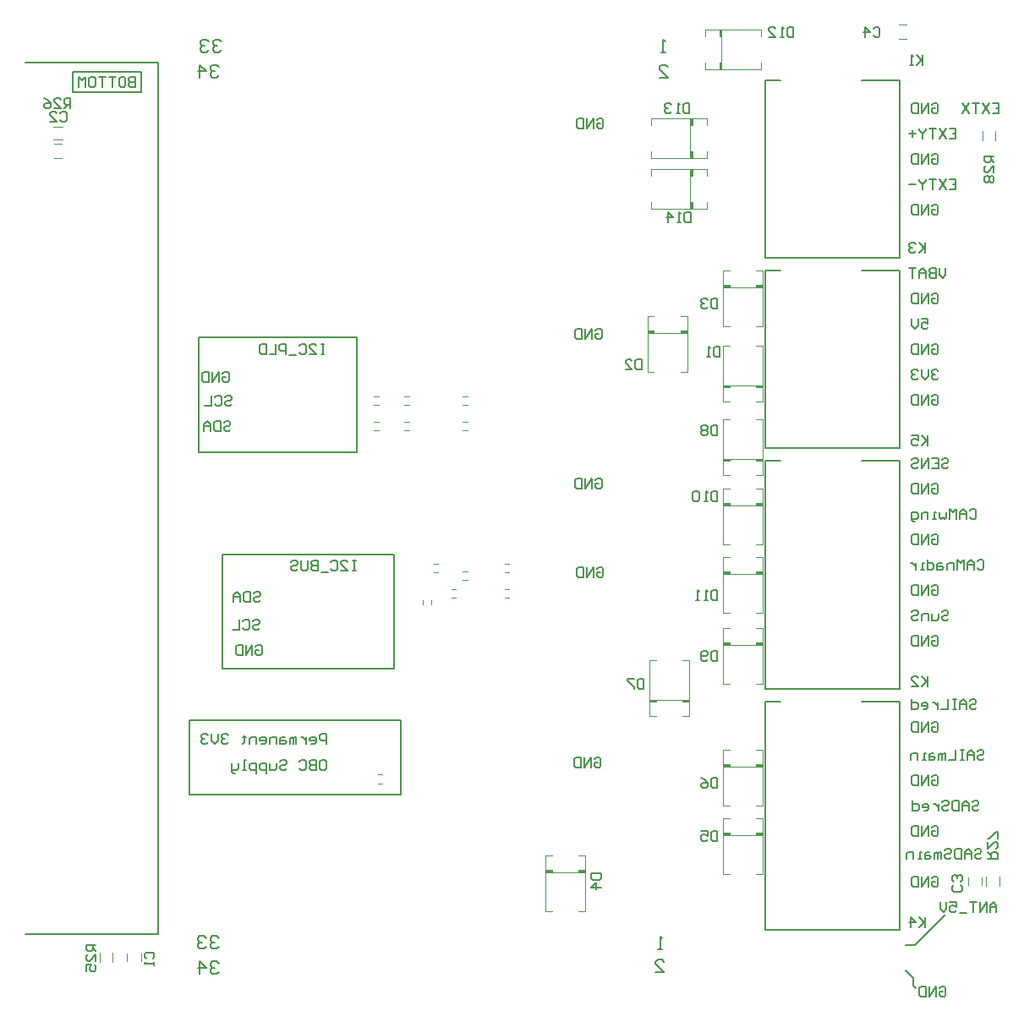
<source format=gbo>
G04 Layer_Color=32896*
%FSAX25Y25*%
%MOIN*%
G70*
G01*
G75*
%ADD42C,0.00819*%
%ADD43C,0.00394*%
%ADD44C,0.00787*%
%ADD65C,0.00800*%
D42*
X0490900Y0578300D02*
X0517900D01*
Y0570300D02*
Y0578300D01*
X0490900Y0570300D02*
X0517900D01*
X0490900D02*
Y0578300D01*
X0822244Y0218000D02*
Y0221000D01*
X0819244Y0224000D02*
X0822244Y0221000D01*
Y0218000D02*
X0823244Y0217000D01*
X0819244Y0234000D02*
X0823000D01*
X0835000Y0246000D01*
X0550000Y0343000D02*
Y0388000D01*
Y0343000D02*
X0617500D01*
Y0388000D01*
X0550000D02*
X0617500D01*
X0540500Y0473500D02*
X0603000D01*
Y0428100D02*
Y0473500D01*
X0540500Y0428100D02*
X0603000D01*
X0540500D02*
Y0473500D01*
X0537000Y0293100D02*
Y0322400D01*
Y0293100D02*
X0620300D01*
Y0322400D01*
X0537000D02*
X0620300D01*
X0764000Y0240000D02*
Y0330000D01*
Y0240000D02*
X0817000D01*
Y0330000D01*
X0764000Y0335000D02*
X0817000D01*
X0764000D02*
Y0425000D01*
Y0430000D02*
X0817000D01*
Y0500000D01*
X0764000Y0430000D02*
Y0500000D01*
Y0505000D02*
X0817000D01*
Y0575000D01*
X0764000Y0505000D02*
Y0575000D01*
Y0425000D02*
X0770000D01*
X0817000Y0335000D02*
Y0425000D01*
X0802000D02*
X0817000D01*
X0802000Y0500000D02*
X0817000D01*
X0764000D02*
X0770000D01*
X0802000Y0575000D02*
X0817000D01*
X0764000D02*
X0770000D01*
X0802000Y0330000D02*
X0817000D01*
X0764000D02*
X0770000D01*
X0472300Y0582000D02*
X0514800D01*
X0524500D01*
X0472200Y0238100D02*
X0524500D01*
Y0582000D01*
D43*
X0760315Y0493331D02*
Y0494315D01*
X0749685Y0493331D02*
Y0494315D01*
X0747126D02*
X0749685D01*
X0747126Y0494118D02*
X0749685D01*
X0760315Y0494315D02*
X0762874D01*
X0760315Y0494118D02*
X0762874D01*
X0760315Y0493528D02*
X0762874D01*
X0760315Y0493724D02*
X0762874D01*
X0747126Y0493528D02*
X0749685D01*
X0747126Y0493724D02*
X0749685D01*
X0760315Y0493921D02*
X0762874D01*
X0747126D02*
X0749685D01*
X0747126Y0493331D02*
X0762874D01*
X0747126Y0477976D02*
Y0499827D01*
X0747126D02*
X0749685D01*
X0747126Y0477976D02*
X0749685D01*
X0760315D02*
X0762874D01*
Y0499827D01*
X0760315D02*
X0762874D01*
X0730559Y0475331D02*
Y0476315D01*
X0719929Y0475331D02*
Y0476315D01*
X0717370D02*
X0719929D01*
X0717370Y0476118D02*
X0719929D01*
X0730559Y0476315D02*
X0733118D01*
X0730559Y0476118D02*
X0733118D01*
X0730559Y0475528D02*
X0733118D01*
X0730559Y0475724D02*
X0733118D01*
X0717370Y0475528D02*
X0719929D01*
X0717370Y0475724D02*
X0719929D01*
X0730559Y0475921D02*
X0733118D01*
X0717370D02*
X0719929D01*
X0717370Y0475331D02*
X0733118D01*
X0717370Y0459976D02*
Y0481827D01*
X0717370D02*
X0719929D01*
X0717370Y0459976D02*
X0719929D01*
X0730559D02*
X0733118D01*
Y0481827D01*
X0730559D02*
X0733118D01*
X0749685Y0453685D02*
Y0454669D01*
X0760315Y0453685D02*
Y0454669D01*
X0760315Y0453685D02*
X0762874D01*
X0760315Y0453882D02*
X0762874D01*
X0747126Y0453685D02*
X0749685D01*
X0747126Y0453882D02*
X0749685D01*
X0747126Y0454472D02*
X0749685D01*
X0747126Y0454276D02*
X0749685D01*
X0760315Y0454472D02*
X0762874D01*
X0760315Y0454276D02*
X0762874D01*
X0747126Y0454079D02*
X0749685D01*
X0760315D02*
X0762874D01*
X0747126Y0454669D02*
X0762874D01*
X0762874Y0448173D02*
Y0470024D01*
X0760315Y0448173D02*
X0762874D01*
X0760315Y0470024D02*
X0762874D01*
X0747126D02*
X0749685D01*
X0747126Y0448173D02*
Y0470024D01*
Y0448173D02*
X0749685D01*
X0661016Y0370728D02*
X0662984D01*
X0661016Y0374272D02*
X0662984D01*
X0661016Y0380728D02*
X0662984D01*
X0661016Y0384272D02*
X0662984D01*
X0644516Y0446728D02*
X0646484D01*
X0644516Y0450272D02*
X0646484D01*
X0644516Y0436728D02*
X0646484D01*
X0644516Y0440272D02*
X0646484D01*
X0621516Y0436728D02*
X0623484D01*
X0621516Y0440272D02*
X0623484D01*
X0621516Y0446728D02*
X0623484D01*
X0621516Y0450272D02*
X0623484D01*
X0644516Y0377728D02*
X0646484D01*
X0644516Y0381272D02*
X0646484D01*
X0640016Y0370728D02*
X0641984D01*
X0640016Y0374272D02*
X0641984D01*
X0849177Y0257622D02*
Y0260378D01*
X0843823Y0257622D02*
Y0260378D01*
X0850941Y0257228D02*
Y0260772D01*
X0856059Y0257228D02*
Y0260772D01*
X0816622Y0596677D02*
X0819378D01*
X0816622Y0591323D02*
X0819378D01*
X0854559Y0551228D02*
Y0554772D01*
X0849441Y0551228D02*
Y0554772D01*
X0512323Y0227622D02*
Y0230378D01*
X0517677Y0227622D02*
Y0230378D01*
X0483228Y0551441D02*
X0486772D01*
X0483228Y0556559D02*
X0486772D01*
X0483622Y0549677D02*
X0486378D01*
X0483622Y0544323D02*
X0486378D01*
X0760315Y0380331D02*
Y0381315D01*
X0749685Y0380331D02*
Y0381315D01*
X0747126D02*
X0749685D01*
X0747126Y0381118D02*
X0749685D01*
X0760315Y0381315D02*
X0762874D01*
X0760315Y0381118D02*
X0762874D01*
X0760315Y0380528D02*
X0762874D01*
X0760315Y0380724D02*
X0762874D01*
X0747126Y0380528D02*
X0749685D01*
X0747126Y0380724D02*
X0749685D01*
X0760315Y0380921D02*
X0762874D01*
X0747126D02*
X0749685D01*
X0747126Y0380331D02*
X0762874D01*
X0747126Y0364976D02*
Y0386827D01*
X0747126D02*
X0749685D01*
X0747126Y0364976D02*
X0749685D01*
X0760315D02*
X0762874D01*
Y0386827D01*
X0760315D02*
X0762874D01*
X0760315Y0407331D02*
Y0408315D01*
X0749685Y0407331D02*
Y0408315D01*
X0747126D02*
X0749685D01*
X0747126Y0408118D02*
X0749685D01*
X0760315Y0408315D02*
X0762874D01*
X0760315Y0408118D02*
X0762874D01*
X0760315Y0407528D02*
X0762874D01*
X0760315Y0407724D02*
X0762874D01*
X0747126Y0407528D02*
X0749685D01*
X0747126Y0407724D02*
X0749685D01*
X0760315Y0407921D02*
X0762874D01*
X0747126D02*
X0749685D01*
X0747126Y0407331D02*
X0762874D01*
X0747126Y0391976D02*
Y0413827D01*
X0747126D02*
X0749685D01*
X0747126Y0391976D02*
X0749685D01*
X0760315D02*
X0762874D01*
Y0413827D01*
X0760315D02*
X0762874D01*
X0760315Y0352331D02*
Y0353315D01*
X0749685Y0352331D02*
Y0353315D01*
X0747126D02*
X0749685D01*
X0747126Y0353118D02*
X0749685D01*
X0760315Y0353315D02*
X0762874D01*
X0760315Y0353118D02*
X0762874D01*
X0760315Y0352528D02*
X0762874D01*
X0760315Y0352724D02*
X0762874D01*
X0747126Y0352528D02*
X0749685D01*
X0747126Y0352724D02*
X0749685D01*
X0760315Y0352921D02*
X0762874D01*
X0747126D02*
X0749685D01*
X0747126Y0352331D02*
X0762874D01*
X0747126Y0336976D02*
Y0358827D01*
X0747126D02*
X0749685D01*
X0747126Y0336976D02*
X0749685D01*
X0760315D02*
X0762874D01*
Y0358827D01*
X0760315D02*
X0762874D01*
X0749685Y0424685D02*
Y0425669D01*
X0760315Y0424685D02*
Y0425669D01*
X0760315Y0424685D02*
X0762874D01*
X0760315Y0424882D02*
X0762874D01*
X0747126Y0424685D02*
X0749685D01*
X0747126Y0424882D02*
X0749685D01*
X0747126Y0425472D02*
X0749685D01*
X0747126Y0425276D02*
X0749685D01*
X0760315Y0425472D02*
X0762874D01*
X0760315Y0425276D02*
X0762874D01*
X0747126Y0425079D02*
X0749685D01*
X0760315D02*
X0762874D01*
X0747126Y0425669D02*
X0762874D01*
X0762874Y0419173D02*
Y0441024D01*
X0760315Y0419173D02*
X0762874D01*
X0760315Y0441024D02*
X0762874D01*
X0747126D02*
X0749685D01*
X0747126Y0419173D02*
Y0441024D01*
Y0419173D02*
X0749685D01*
X0720685Y0329685D02*
Y0330669D01*
X0731315Y0329685D02*
Y0330669D01*
X0731315Y0329685D02*
X0733874D01*
X0731315Y0329882D02*
X0733874D01*
X0718126Y0329685D02*
X0720685D01*
X0718126Y0329882D02*
X0720685D01*
X0718126Y0330472D02*
X0720685D01*
X0718126Y0330276D02*
X0720685D01*
X0731315Y0330472D02*
X0733874D01*
X0731315Y0330276D02*
X0733874D01*
X0718126Y0330079D02*
X0720685D01*
X0731315D02*
X0733874D01*
X0718126Y0330669D02*
X0733874D01*
X0733874Y0324173D02*
Y0346024D01*
X0731315Y0324173D02*
X0733874D01*
X0731315Y0346024D02*
X0733874D01*
X0718126D02*
X0720685D01*
X0718126Y0324173D02*
Y0346024D01*
Y0324173D02*
X0720685D01*
X0760315Y0304331D02*
Y0305315D01*
X0749685Y0304331D02*
Y0305315D01*
X0747126D02*
X0749685D01*
X0747126Y0305118D02*
X0749685D01*
X0760315Y0305315D02*
X0762874D01*
X0760315Y0305118D02*
X0762874D01*
X0760315Y0304528D02*
X0762874D01*
X0760315Y0304724D02*
X0762874D01*
X0747126Y0304528D02*
X0749685D01*
X0747126Y0304724D02*
X0749685D01*
X0760315Y0304921D02*
X0762874D01*
X0747126D02*
X0749685D01*
X0747126Y0304331D02*
X0762874D01*
X0747126Y0288976D02*
Y0310827D01*
X0747126D02*
X0749685D01*
X0747126Y0288976D02*
X0749685D01*
X0760315D02*
X0762874D01*
Y0310827D01*
X0760315D02*
X0762874D01*
X0760315Y0277331D02*
Y0278315D01*
X0749685Y0277331D02*
Y0278315D01*
X0747126D02*
X0749685D01*
X0747126Y0278118D02*
X0749685D01*
X0760315Y0278315D02*
X0762874D01*
X0760315Y0278118D02*
X0762874D01*
X0760315Y0277528D02*
X0762874D01*
X0760315Y0277724D02*
X0762874D01*
X0747126Y0277528D02*
X0749685D01*
X0747126Y0277724D02*
X0749685D01*
X0760315Y0277921D02*
X0762874D01*
X0747126D02*
X0749685D01*
X0747126Y0277331D02*
X0762874D01*
X0747126Y0261976D02*
Y0283827D01*
X0747126D02*
X0749685D01*
X0747126Y0261976D02*
X0749685D01*
X0760315D02*
X0762874D01*
Y0283827D01*
X0760315D02*
X0762874D01*
X0690315Y0262531D02*
Y0263515D01*
X0679685Y0262531D02*
Y0263515D01*
X0677126D02*
X0679685D01*
X0677126Y0263318D02*
X0679685D01*
X0690315Y0263515D02*
X0692874D01*
X0690315Y0263318D02*
X0692874D01*
X0690315Y0262728D02*
X0692874D01*
X0690315Y0262924D02*
X0692874D01*
X0677126Y0262728D02*
X0679685D01*
X0677126Y0262924D02*
X0679685D01*
X0690315Y0263121D02*
X0692874D01*
X0677126D02*
X0679685D01*
X0677126Y0262531D02*
X0692874D01*
X0677126Y0247176D02*
Y0269027D01*
X0677126D02*
X0679685D01*
X0677126Y0247176D02*
X0679685D01*
X0690315D02*
X0692874D01*
Y0269027D01*
X0690315D02*
X0692874D01*
X0740173Y0592315D02*
Y0594874D01*
X0762024D01*
Y0592315D02*
Y0594874D01*
Y0579126D02*
Y0581685D01*
X0740173Y0579126D02*
Y0581685D01*
Y0579126D02*
X0762024D01*
X0746669Y0579126D02*
Y0594874D01*
X0746079Y0579126D02*
Y0581685D01*
Y0592315D02*
Y0594874D01*
X0746276Y0579126D02*
Y0581685D01*
X0746472Y0579126D02*
Y0581685D01*
X0746276Y0592315D02*
Y0594874D01*
X0746472Y0592315D02*
Y0594874D01*
X0745882Y0592315D02*
Y0594874D01*
X0745685Y0592315D02*
Y0594874D01*
X0745882Y0579126D02*
Y0581685D01*
X0745685Y0579126D02*
Y0581685D01*
Y0581685D02*
X0746669D01*
X0745685Y0592315D02*
X0746669D01*
X0740827Y0544126D02*
Y0546685D01*
X0718976Y0544126D02*
X0740827D01*
X0718976D02*
Y0546685D01*
Y0557315D02*
Y0559874D01*
X0740827Y0557315D02*
Y0559874D01*
X0718976Y0559874D02*
X0740827D01*
X0734331Y0544126D02*
Y0559874D01*
X0734921Y0557315D02*
Y0559874D01*
Y0544126D02*
Y0546685D01*
X0734724Y0557315D02*
Y0559874D01*
X0734528Y0557315D02*
Y0559874D01*
X0734724Y0544126D02*
Y0546685D01*
X0734528Y0544126D02*
Y0546685D01*
X0735118Y0544126D02*
Y0546685D01*
X0735315Y0544126D02*
Y0546685D01*
X0735118Y0557315D02*
Y0559874D01*
X0735315Y0557315D02*
Y0559874D01*
X0734331Y0557315D02*
X0735315D01*
X0734331Y0546685D02*
X0735315D01*
X0740827Y0524126D02*
Y0526685D01*
X0718976Y0524126D02*
X0740827D01*
X0718976D02*
Y0526685D01*
Y0537315D02*
Y0539874D01*
X0740827Y0537315D02*
Y0539874D01*
X0718976Y0539874D02*
X0740827D01*
X0734331Y0524126D02*
Y0539874D01*
X0734921Y0537315D02*
Y0539874D01*
Y0524126D02*
Y0526685D01*
X0734724Y0537315D02*
Y0539874D01*
X0734528Y0537315D02*
Y0539874D01*
X0734724Y0524126D02*
Y0526685D01*
X0734528Y0524126D02*
Y0526685D01*
X0735118Y0524126D02*
Y0526685D01*
X0735315Y0524126D02*
Y0526685D01*
X0735118Y0537315D02*
Y0539874D01*
X0735315Y0537315D02*
Y0539874D01*
X0734331Y0537315D02*
X0735315D01*
X0734331Y0526685D02*
X0735315D01*
X0632272Y0368016D02*
Y0369984D01*
X0628728Y0368016D02*
Y0369984D01*
X0633016Y0380728D02*
X0634984D01*
X0633016Y0384272D02*
X0634984D01*
X0609516Y0446728D02*
X0611484D01*
X0609516Y0450272D02*
X0611484D01*
X0609516Y0436728D02*
X0611484D01*
X0609516Y0440272D02*
X0611484D01*
X0611016Y0301172D02*
X0612984D01*
X0611016Y0297628D02*
X0612984D01*
X0506559Y0227228D02*
Y0230772D01*
X0501441Y0227228D02*
Y0230772D01*
D44*
X0854000Y0545000D02*
X0850064D01*
Y0543032D01*
X0850720Y0542376D01*
X0852032D01*
X0852688Y0543032D01*
Y0545000D01*
Y0543688D02*
X0854000Y0542376D01*
Y0538440D02*
Y0541064D01*
X0851376Y0538440D01*
X0850720D01*
X0850064Y0539096D01*
Y0540408D01*
X0850720Y0541064D01*
Y0537128D02*
X0850064Y0536473D01*
Y0535161D01*
X0850720Y0534505D01*
X0851376D01*
X0852032Y0535161D01*
X0852688Y0534505D01*
X0853344D01*
X0854000Y0535161D01*
Y0536473D01*
X0853344Y0537128D01*
X0852688D01*
X0852032Y0536473D01*
X0851376Y0537128D01*
X0850720D01*
X0852032Y0536473D02*
Y0535161D01*
X0851500Y0268000D02*
X0855436D01*
Y0269968D01*
X0854780Y0270624D01*
X0853468D01*
X0852812Y0269968D01*
Y0268000D01*
Y0269312D02*
X0851500Y0270624D01*
Y0274560D02*
Y0271936D01*
X0854124Y0274560D01*
X0854780D01*
X0855436Y0273904D01*
Y0272592D01*
X0854780Y0271936D01*
X0855436Y0275871D02*
Y0278495D01*
X0854780D01*
X0852156Y0275871D01*
X0851500D01*
X0490000Y0564000D02*
Y0567936D01*
X0488032D01*
X0487376Y0567280D01*
Y0565968D01*
X0488032Y0565312D01*
X0490000D01*
X0488688D02*
X0487376Y0564000D01*
X0483440D02*
X0486064D01*
X0483440Y0566624D01*
Y0567280D01*
X0484096Y0567936D01*
X0485408D01*
X0486064Y0567280D01*
X0479505Y0567936D02*
X0480817Y0567280D01*
X0482128Y0565968D01*
Y0564656D01*
X0481473Y0564000D01*
X0480161D01*
X0479505Y0564656D01*
Y0565312D01*
X0480161Y0565968D01*
X0482128D01*
X0500000Y0234000D02*
X0496064D01*
Y0232032D01*
X0496720Y0231376D01*
X0498032D01*
X0498688Y0232032D01*
Y0234000D01*
Y0232688D02*
X0500000Y0231376D01*
Y0227440D02*
Y0230064D01*
X0497376Y0227440D01*
X0496720D01*
X0496064Y0228096D01*
Y0229408D01*
X0496720Y0230064D01*
X0496064Y0223505D02*
Y0226129D01*
X0498032D01*
X0497376Y0224817D01*
Y0224161D01*
X0498032Y0223505D01*
X0499344D01*
X0500000Y0224161D01*
Y0225473D01*
X0499344Y0226129D01*
X0806376Y0595280D02*
X0807032Y0595936D01*
X0808344D01*
X0809000Y0595280D01*
Y0592656D01*
X0808344Y0592000D01*
X0807032D01*
X0806376Y0592656D01*
X0803096Y0592000D02*
Y0595936D01*
X0805064Y0593968D01*
X0802440D01*
X0840780Y0257624D02*
X0841436Y0256968D01*
Y0255656D01*
X0840780Y0255000D01*
X0838156D01*
X0837500Y0255656D01*
Y0256968D01*
X0838156Y0257624D01*
X0840780Y0258936D02*
X0841436Y0259592D01*
Y0260904D01*
X0840780Y0261560D01*
X0840124D01*
X0839468Y0260904D01*
Y0260248D01*
Y0260904D01*
X0838812Y0261560D01*
X0838156D01*
X0837500Y0260904D01*
Y0259592D01*
X0838156Y0258936D01*
X0485876Y0561780D02*
X0486532Y0562436D01*
X0487844D01*
X0488500Y0561780D01*
Y0559156D01*
X0487844Y0558500D01*
X0486532D01*
X0485876Y0559156D01*
X0481940Y0558500D02*
X0484564D01*
X0481940Y0561124D01*
Y0561780D01*
X0482596Y0562436D01*
X0483908D01*
X0484564Y0561780D01*
X0519720Y0228376D02*
X0519064Y0229032D01*
Y0230344D01*
X0519720Y0231000D01*
X0522344D01*
X0523000Y0230344D01*
Y0229032D01*
X0522344Y0228376D01*
X0523000Y0227064D02*
Y0225752D01*
Y0226408D01*
X0519064D01*
X0519720Y0227064D01*
X0745000Y0373936D02*
Y0370000D01*
X0743032D01*
X0742376Y0370656D01*
Y0373280D01*
X0743032Y0373936D01*
X0745000D01*
X0741064Y0370000D02*
X0739752D01*
X0740408D01*
Y0373936D01*
X0741064Y0373280D01*
X0737784Y0370000D02*
X0736473D01*
X0737128D01*
Y0373936D01*
X0737784Y0373280D01*
X0745000Y0412936D02*
Y0409000D01*
X0743032D01*
X0742376Y0409656D01*
Y0412280D01*
X0743032Y0412936D01*
X0745000D01*
X0741064Y0409000D02*
X0739752D01*
X0740408D01*
Y0412936D01*
X0741064Y0412280D01*
X0737784D02*
X0737128Y0412936D01*
X0735817D01*
X0735161Y0412280D01*
Y0409656D01*
X0735817Y0409000D01*
X0737128D01*
X0737784Y0409656D01*
Y0412280D01*
X0745000Y0349936D02*
Y0346000D01*
X0743032D01*
X0742376Y0346656D01*
Y0349280D01*
X0743032Y0349936D01*
X0745000D01*
X0741064Y0346656D02*
X0740408Y0346000D01*
X0739096D01*
X0738440Y0346656D01*
Y0349280D01*
X0739096Y0349936D01*
X0740408D01*
X0741064Y0349280D01*
Y0348624D01*
X0740408Y0347968D01*
X0738440D01*
X0745000Y0438936D02*
Y0435000D01*
X0743032D01*
X0742376Y0435656D01*
Y0438280D01*
X0743032Y0438936D01*
X0745000D01*
X0741064Y0438280D02*
X0740408Y0438936D01*
X0739096D01*
X0738440Y0438280D01*
Y0437624D01*
X0739096Y0436968D01*
X0738440Y0436312D01*
Y0435656D01*
X0739096Y0435000D01*
X0740408D01*
X0741064Y0435656D01*
Y0436312D01*
X0740408Y0436968D01*
X0741064Y0437624D01*
Y0438280D01*
X0740408Y0436968D02*
X0739096D01*
X0716000Y0338936D02*
Y0335000D01*
X0714032D01*
X0713376Y0335656D01*
Y0338280D01*
X0714032Y0338936D01*
X0716000D01*
X0712064D02*
X0709440D01*
Y0338280D01*
X0712064Y0335656D01*
Y0335000D01*
X0745000Y0299936D02*
Y0296000D01*
X0743032D01*
X0742376Y0296656D01*
Y0299280D01*
X0743032Y0299936D01*
X0745000D01*
X0738440D02*
X0739752Y0299280D01*
X0741064Y0297968D01*
Y0296656D01*
X0740408Y0296000D01*
X0739096D01*
X0738440Y0296656D01*
Y0297312D01*
X0739096Y0297968D01*
X0741064D01*
X0745000Y0278936D02*
Y0275000D01*
X0743032D01*
X0742376Y0275656D01*
Y0278280D01*
X0743032Y0278936D01*
X0745000D01*
X0738440D02*
X0741064D01*
Y0276968D01*
X0739752Y0277624D01*
X0739096D01*
X0738440Y0276968D01*
Y0275656D01*
X0739096Y0275000D01*
X0740408D01*
X0741064Y0275656D01*
X0695264Y0262300D02*
X0699200D01*
Y0260332D01*
X0698544Y0259676D01*
X0695920D01*
X0695264Y0260332D01*
Y0262300D01*
X0699200Y0256396D02*
X0695264D01*
X0697232Y0258364D01*
Y0255740D01*
X0745000Y0488936D02*
Y0485000D01*
X0743032D01*
X0742376Y0485656D01*
Y0488280D01*
X0743032Y0488936D01*
X0745000D01*
X0741064Y0488280D02*
X0740408Y0488936D01*
X0739096D01*
X0738440Y0488280D01*
Y0487624D01*
X0739096Y0486968D01*
X0739752D01*
X0739096D01*
X0738440Y0486312D01*
Y0485656D01*
X0739096Y0485000D01*
X0740408D01*
X0741064Y0485656D01*
X0715244Y0464936D02*
Y0461000D01*
X0713276D01*
X0712620Y0461656D01*
Y0464280D01*
X0713276Y0464936D01*
X0715244D01*
X0708684Y0461000D02*
X0711308D01*
X0708684Y0463624D01*
Y0464280D01*
X0709340Y0464936D01*
X0710652D01*
X0711308Y0464280D01*
X0746000Y0469936D02*
Y0466000D01*
X0744032D01*
X0743376Y0466656D01*
Y0469280D01*
X0744032Y0469936D01*
X0746000D01*
X0742064Y0466000D02*
X0740752D01*
X0741408D01*
Y0469936D01*
X0742064Y0469280D01*
X0775000Y0595936D02*
Y0592000D01*
X0773032D01*
X0772376Y0592656D01*
Y0595280D01*
X0773032Y0595936D01*
X0775000D01*
X0771064Y0592000D02*
X0769752D01*
X0770408D01*
Y0595936D01*
X0771064Y0595280D01*
X0765161Y0592000D02*
X0767785D01*
X0765161Y0594624D01*
Y0595280D01*
X0765817Y0595936D01*
X0767129D01*
X0767785Y0595280D01*
X0734000Y0565936D02*
Y0562000D01*
X0732032D01*
X0731376Y0562656D01*
Y0565280D01*
X0732032Y0565936D01*
X0734000D01*
X0730064Y0562000D02*
X0728752D01*
X0729408D01*
Y0565936D01*
X0730064Y0565280D01*
X0726785D02*
X0726128Y0565936D01*
X0724817D01*
X0724161Y0565280D01*
Y0564624D01*
X0724817Y0563968D01*
X0725473D01*
X0724817D01*
X0724161Y0563312D01*
Y0562656D01*
X0724817Y0562000D01*
X0726128D01*
X0726785Y0562656D01*
X0734575Y0522896D02*
Y0518961D01*
X0732607D01*
X0731951Y0519617D01*
Y0522240D01*
X0732607Y0522896D01*
X0734575D01*
X0730639Y0518961D02*
X0729327D01*
X0729983D01*
Y0522896D01*
X0730639Y0522240D01*
X0725391Y0518961D02*
Y0522896D01*
X0727359Y0520928D01*
X0724735D01*
X0515600Y0576136D02*
Y0572200D01*
X0513632D01*
X0512976Y0572856D01*
Y0573512D01*
X0513632Y0574168D01*
X0515600D01*
X0513632D01*
X0512976Y0574824D01*
Y0575480D01*
X0513632Y0576136D01*
X0515600D01*
X0509696D02*
X0511008D01*
X0511664Y0575480D01*
Y0572856D01*
X0511008Y0572200D01*
X0509696D01*
X0509040Y0572856D01*
Y0575480D01*
X0509696Y0576136D01*
X0507728D02*
X0505105D01*
X0506417D01*
Y0572200D01*
X0503793Y0576136D02*
X0501169D01*
X0502481D01*
Y0572200D01*
X0497889Y0576136D02*
X0499201D01*
X0499857Y0575480D01*
Y0572856D01*
X0499201Y0572200D01*
X0497889D01*
X0497233Y0572856D01*
Y0575480D01*
X0497889Y0576136D01*
X0495921Y0572200D02*
Y0576136D01*
X0494609Y0574824D01*
X0493297Y0576136D01*
Y0572200D01*
X0829376Y0565280D02*
X0830032Y0565936D01*
X0831344D01*
X0832000Y0565280D01*
Y0562656D01*
X0831344Y0562000D01*
X0830032D01*
X0829376Y0562656D01*
Y0563968D01*
X0830688D01*
X0828064Y0562000D02*
Y0565936D01*
X0825440Y0562000D01*
Y0565936D01*
X0824129D02*
Y0562000D01*
X0822161D01*
X0821505Y0562656D01*
Y0565280D01*
X0822161Y0565936D01*
X0824129D01*
X0829376Y0545280D02*
X0830032Y0545936D01*
X0831344D01*
X0832000Y0545280D01*
Y0542656D01*
X0831344Y0542000D01*
X0830032D01*
X0829376Y0542656D01*
Y0543968D01*
X0830688D01*
X0828064Y0542000D02*
Y0545936D01*
X0825440Y0542000D01*
Y0545936D01*
X0824129D02*
Y0542000D01*
X0822161D01*
X0821505Y0542656D01*
Y0545280D01*
X0822161Y0545936D01*
X0824129D01*
X0829376Y0525280D02*
X0830032Y0525936D01*
X0831344D01*
X0832000Y0525280D01*
Y0522656D01*
X0831344Y0522000D01*
X0830032D01*
X0829376Y0522656D01*
Y0523968D01*
X0830688D01*
X0828064Y0522000D02*
Y0525936D01*
X0825440Y0522000D01*
Y0525936D01*
X0824129D02*
Y0522000D01*
X0822161D01*
X0821505Y0522656D01*
Y0525280D01*
X0822161Y0525936D01*
X0824129D01*
X0829376Y0490280D02*
X0830032Y0490936D01*
X0831344D01*
X0832000Y0490280D01*
Y0487656D01*
X0831344Y0487000D01*
X0830032D01*
X0829376Y0487656D01*
Y0488968D01*
X0830688D01*
X0828064Y0487000D02*
Y0490936D01*
X0825440Y0487000D01*
Y0490936D01*
X0824129D02*
Y0487000D01*
X0822161D01*
X0821505Y0487656D01*
Y0490280D01*
X0822161Y0490936D01*
X0824129D01*
X0829376Y0470280D02*
X0830032Y0470936D01*
X0831344D01*
X0832000Y0470280D01*
Y0467656D01*
X0831344Y0467000D01*
X0830032D01*
X0829376Y0467656D01*
Y0468968D01*
X0830688D01*
X0828064Y0467000D02*
Y0470936D01*
X0825440Y0467000D01*
Y0470936D01*
X0824129D02*
Y0467000D01*
X0822161D01*
X0821505Y0467656D01*
Y0470280D01*
X0822161Y0470936D01*
X0824129D01*
X0829376Y0450280D02*
X0830032Y0450936D01*
X0831344D01*
X0832000Y0450280D01*
Y0447656D01*
X0831344Y0447000D01*
X0830032D01*
X0829376Y0447656D01*
Y0448968D01*
X0830688D01*
X0828064Y0447000D02*
Y0450936D01*
X0825440Y0447000D01*
Y0450936D01*
X0824129D02*
Y0447000D01*
X0822161D01*
X0821505Y0447656D01*
Y0450280D01*
X0822161Y0450936D01*
X0824129D01*
X0829376Y0415280D02*
X0830032Y0415936D01*
X0831344D01*
X0832000Y0415280D01*
Y0412656D01*
X0831344Y0412000D01*
X0830032D01*
X0829376Y0412656D01*
Y0413968D01*
X0830688D01*
X0828064Y0412000D02*
Y0415936D01*
X0825440Y0412000D01*
Y0415936D01*
X0824129D02*
Y0412000D01*
X0822161D01*
X0821505Y0412656D01*
Y0415280D01*
X0822161Y0415936D01*
X0824129D01*
X0829376Y0395280D02*
X0830032Y0395936D01*
X0831344D01*
X0832000Y0395280D01*
Y0392656D01*
X0831344Y0392000D01*
X0830032D01*
X0829376Y0392656D01*
Y0393968D01*
X0830688D01*
X0828064Y0392000D02*
Y0395936D01*
X0825440Y0392000D01*
Y0395936D01*
X0824129D02*
Y0392000D01*
X0822161D01*
X0821505Y0392656D01*
Y0395280D01*
X0822161Y0395936D01*
X0824129D01*
X0829376Y0375280D02*
X0830032Y0375936D01*
X0831344D01*
X0832000Y0375280D01*
Y0372656D01*
X0831344Y0372000D01*
X0830032D01*
X0829376Y0372656D01*
Y0373968D01*
X0830688D01*
X0828064Y0372000D02*
Y0375936D01*
X0825440Y0372000D01*
Y0375936D01*
X0824129D02*
Y0372000D01*
X0822161D01*
X0821505Y0372656D01*
Y0375280D01*
X0822161Y0375936D01*
X0824129D01*
X0829376Y0355280D02*
X0830032Y0355936D01*
X0831344D01*
X0832000Y0355280D01*
Y0352656D01*
X0831344Y0352000D01*
X0830032D01*
X0829376Y0352656D01*
Y0353968D01*
X0830688D01*
X0828064Y0352000D02*
Y0355936D01*
X0825440Y0352000D01*
Y0355936D01*
X0824129D02*
Y0352000D01*
X0822161D01*
X0821505Y0352656D01*
Y0355280D01*
X0822161Y0355936D01*
X0824129D01*
X0829376Y0321280D02*
X0830032Y0321936D01*
X0831344D01*
X0832000Y0321280D01*
Y0318656D01*
X0831344Y0318000D01*
X0830032D01*
X0829376Y0318656D01*
Y0319968D01*
X0830688D01*
X0828064Y0318000D02*
Y0321936D01*
X0825440Y0318000D01*
Y0321936D01*
X0824129D02*
Y0318000D01*
X0822161D01*
X0821505Y0318656D01*
Y0321280D01*
X0822161Y0321936D01*
X0824129D01*
X0829376Y0300280D02*
X0830032Y0300936D01*
X0831344D01*
X0832000Y0300280D01*
Y0297656D01*
X0831344Y0297000D01*
X0830032D01*
X0829376Y0297656D01*
Y0298968D01*
X0830688D01*
X0828064Y0297000D02*
Y0300936D01*
X0825440Y0297000D01*
Y0300936D01*
X0824129D02*
Y0297000D01*
X0822161D01*
X0821505Y0297656D01*
Y0300280D01*
X0822161Y0300936D01*
X0824129D01*
X0829376Y0280280D02*
X0830032Y0280936D01*
X0831344D01*
X0832000Y0280280D01*
Y0277656D01*
X0831344Y0277000D01*
X0830032D01*
X0829376Y0277656D01*
Y0278968D01*
X0830688D01*
X0828064Y0277000D02*
Y0280936D01*
X0825440Y0277000D01*
Y0280936D01*
X0824129D02*
Y0277000D01*
X0822161D01*
X0821505Y0277656D01*
Y0280280D01*
X0822161Y0280936D01*
X0824129D01*
X0829376Y0260280D02*
X0830032Y0260936D01*
X0831344D01*
X0832000Y0260280D01*
Y0257656D01*
X0831344Y0257000D01*
X0830032D01*
X0829376Y0257656D01*
Y0258968D01*
X0830688D01*
X0828064Y0257000D02*
Y0260936D01*
X0825440Y0257000D01*
Y0260936D01*
X0824129D02*
Y0257000D01*
X0822161D01*
X0821505Y0257656D01*
Y0260280D01*
X0822161Y0260936D01*
X0824129D01*
X0832376Y0216780D02*
X0833032Y0217436D01*
X0834344D01*
X0835000Y0216780D01*
Y0214156D01*
X0834344Y0213500D01*
X0833032D01*
X0832376Y0214156D01*
Y0215468D01*
X0833688D01*
X0831064Y0213500D02*
Y0217436D01*
X0828440Y0213500D01*
Y0217436D01*
X0827129D02*
Y0213500D01*
X0825161D01*
X0824505Y0214156D01*
Y0216780D01*
X0825161Y0217436D01*
X0827129D01*
X0855000Y0247000D02*
Y0249624D01*
X0853688Y0250936D01*
X0852376Y0249624D01*
Y0247000D01*
Y0248968D01*
X0855000D01*
X0851064Y0247000D02*
Y0250936D01*
X0848440Y0247000D01*
Y0250936D01*
X0847128D02*
X0844505D01*
X0845817D01*
Y0247000D01*
X0843193Y0246344D02*
X0840569D01*
X0836633Y0250936D02*
X0839257D01*
Y0248968D01*
X0837945Y0249624D01*
X0837289D01*
X0836633Y0248968D01*
Y0247656D01*
X0837289Y0247000D01*
X0838601D01*
X0839257Y0247656D01*
X0835321Y0250936D02*
Y0248312D01*
X0834009Y0247000D01*
X0832697Y0248312D01*
Y0250936D01*
X0846376Y0271280D02*
X0847032Y0271936D01*
X0848344D01*
X0849000Y0271280D01*
Y0270624D01*
X0848344Y0269968D01*
X0847032D01*
X0846376Y0269312D01*
Y0268656D01*
X0847032Y0268000D01*
X0848344D01*
X0849000Y0268656D01*
X0845064Y0268000D02*
Y0270624D01*
X0843752Y0271936D01*
X0842440Y0270624D01*
Y0268000D01*
Y0269968D01*
X0845064D01*
X0841129Y0271936D02*
Y0268000D01*
X0839161D01*
X0838505Y0268656D01*
Y0271280D01*
X0839161Y0271936D01*
X0841129D01*
X0834569Y0271280D02*
X0835225Y0271936D01*
X0836537D01*
X0837193Y0271280D01*
Y0270624D01*
X0836537Y0269968D01*
X0835225D01*
X0834569Y0269312D01*
Y0268656D01*
X0835225Y0268000D01*
X0836537D01*
X0837193Y0268656D01*
X0833257Y0268000D02*
Y0270624D01*
X0832601D01*
X0831945Y0269968D01*
Y0268000D01*
Y0269968D01*
X0831289Y0270624D01*
X0830633Y0269968D01*
Y0268000D01*
X0828665Y0270624D02*
X0827353D01*
X0826698Y0269968D01*
Y0268000D01*
X0828665D01*
X0829321Y0268656D01*
X0828665Y0269312D01*
X0826698D01*
X0825386Y0268000D02*
X0824074D01*
X0824730D01*
Y0270624D01*
X0825386D01*
X0822106Y0268000D02*
Y0270624D01*
X0820138D01*
X0819482Y0269968D01*
Y0268000D01*
X0845376Y0290280D02*
X0846032Y0290936D01*
X0847344D01*
X0848000Y0290280D01*
Y0289624D01*
X0847344Y0288968D01*
X0846032D01*
X0845376Y0288312D01*
Y0287656D01*
X0846032Y0287000D01*
X0847344D01*
X0848000Y0287656D01*
X0844064Y0287000D02*
Y0289624D01*
X0842752Y0290936D01*
X0841440Y0289624D01*
Y0287000D01*
Y0288968D01*
X0844064D01*
X0840129Y0290936D02*
Y0287000D01*
X0838161D01*
X0837505Y0287656D01*
Y0290280D01*
X0838161Y0290936D01*
X0840129D01*
X0833569Y0290280D02*
X0834225Y0290936D01*
X0835537D01*
X0836193Y0290280D01*
Y0289624D01*
X0835537Y0288968D01*
X0834225D01*
X0833569Y0288312D01*
Y0287656D01*
X0834225Y0287000D01*
X0835537D01*
X0836193Y0287656D01*
X0832257Y0289624D02*
Y0287000D01*
Y0288312D01*
X0831601Y0288968D01*
X0830945Y0289624D01*
X0830289D01*
X0826353Y0287000D02*
X0827665D01*
X0828321Y0287656D01*
Y0288968D01*
X0827665Y0289624D01*
X0826353D01*
X0825698Y0288968D01*
Y0288312D01*
X0828321D01*
X0821762Y0290936D02*
Y0287000D01*
X0823730D01*
X0824386Y0287656D01*
Y0288968D01*
X0823730Y0289624D01*
X0821762D01*
X0847376Y0310280D02*
X0848032Y0310936D01*
X0849344D01*
X0850000Y0310280D01*
Y0309624D01*
X0849344Y0308968D01*
X0848032D01*
X0847376Y0308312D01*
Y0307656D01*
X0848032Y0307000D01*
X0849344D01*
X0850000Y0307656D01*
X0846064Y0307000D02*
Y0309624D01*
X0844752Y0310936D01*
X0843440Y0309624D01*
Y0307000D01*
Y0308968D01*
X0846064D01*
X0842128Y0310936D02*
X0840817D01*
X0841473D01*
Y0307000D01*
X0842128D01*
X0840817D01*
X0838849Y0310936D02*
Y0307000D01*
X0836225D01*
X0834913D02*
Y0309624D01*
X0834257D01*
X0833601Y0308968D01*
Y0307000D01*
Y0308968D01*
X0832945Y0309624D01*
X0832289Y0308968D01*
Y0307000D01*
X0830321Y0309624D02*
X0829009D01*
X0828353Y0308968D01*
Y0307000D01*
X0830321D01*
X0830977Y0307656D01*
X0830321Y0308312D01*
X0828353D01*
X0827042Y0307000D02*
X0825730D01*
X0826386D01*
Y0309624D01*
X0827042D01*
X0823762Y0307000D02*
Y0309624D01*
X0821794D01*
X0821138Y0308968D01*
Y0307000D01*
X0844376Y0330280D02*
X0845032Y0330936D01*
X0846344D01*
X0847000Y0330280D01*
Y0329624D01*
X0846344Y0328968D01*
X0845032D01*
X0844376Y0328312D01*
Y0327656D01*
X0845032Y0327000D01*
X0846344D01*
X0847000Y0327656D01*
X0843064Y0327000D02*
Y0329624D01*
X0841752Y0330936D01*
X0840440Y0329624D01*
Y0327000D01*
Y0328968D01*
X0843064D01*
X0839128Y0330936D02*
X0837817D01*
X0838473D01*
Y0327000D01*
X0839128D01*
X0837817D01*
X0835849Y0330936D02*
Y0327000D01*
X0833225D01*
X0831913Y0329624D02*
Y0327000D01*
Y0328312D01*
X0831257Y0328968D01*
X0830601Y0329624D01*
X0829945D01*
X0826009Y0327000D02*
X0827321D01*
X0827977Y0327656D01*
Y0328968D01*
X0827321Y0329624D01*
X0826009D01*
X0825353Y0328968D01*
Y0328312D01*
X0827977D01*
X0821418Y0330936D02*
Y0327000D01*
X0823386D01*
X0824041Y0327656D01*
Y0328968D01*
X0823386Y0329624D01*
X0821418D01*
X0833376Y0365280D02*
X0834032Y0365936D01*
X0835344D01*
X0836000Y0365280D01*
Y0364624D01*
X0835344Y0363968D01*
X0834032D01*
X0833376Y0363312D01*
Y0362656D01*
X0834032Y0362000D01*
X0835344D01*
X0836000Y0362656D01*
X0832064Y0364624D02*
Y0362656D01*
X0831408Y0362000D01*
X0829440D01*
Y0364624D01*
X0828129Y0362000D02*
Y0364624D01*
X0826161D01*
X0825505Y0363968D01*
Y0362000D01*
X0821569Y0365280D02*
X0822225Y0365936D01*
X0823537D01*
X0824193Y0365280D01*
Y0364624D01*
X0823537Y0363968D01*
X0822225D01*
X0821569Y0363312D01*
Y0362656D01*
X0822225Y0362000D01*
X0823537D01*
X0824193Y0362656D01*
X0847376Y0385280D02*
X0848032Y0385936D01*
X0849344D01*
X0850000Y0385280D01*
Y0382656D01*
X0849344Y0382000D01*
X0848032D01*
X0847376Y0382656D01*
X0846064Y0382000D02*
Y0384624D01*
X0844752Y0385936D01*
X0843440Y0384624D01*
Y0382000D01*
Y0383968D01*
X0846064D01*
X0842128Y0382000D02*
Y0385936D01*
X0840817Y0384624D01*
X0839505Y0385936D01*
Y0382000D01*
X0838193D02*
Y0384624D01*
X0836225D01*
X0835569Y0383968D01*
Y0382000D01*
X0833601Y0384624D02*
X0832289D01*
X0831633Y0383968D01*
Y0382000D01*
X0833601D01*
X0834257Y0382656D01*
X0833601Y0383312D01*
X0831633D01*
X0827697Y0385936D02*
Y0382000D01*
X0829665D01*
X0830321Y0382656D01*
Y0383968D01*
X0829665Y0384624D01*
X0827697D01*
X0826386Y0382000D02*
X0825074D01*
X0825730D01*
Y0384624D01*
X0826386D01*
X0823106D02*
Y0382000D01*
Y0383312D01*
X0822450Y0383968D01*
X0821794Y0384624D01*
X0821138D01*
X0844376Y0405280D02*
X0845032Y0405936D01*
X0846344D01*
X0847000Y0405280D01*
Y0402656D01*
X0846344Y0402000D01*
X0845032D01*
X0844376Y0402656D01*
X0843064Y0402000D02*
Y0404624D01*
X0841752Y0405936D01*
X0840440Y0404624D01*
Y0402000D01*
Y0403968D01*
X0843064D01*
X0839128Y0402000D02*
Y0405936D01*
X0837817Y0404624D01*
X0836505Y0405936D01*
Y0402000D01*
X0835193Y0404624D02*
Y0402656D01*
X0834537Y0402000D01*
X0833881Y0402656D01*
X0833225Y0402000D01*
X0832569Y0402656D01*
Y0404624D01*
X0831257Y0402000D02*
X0829945D01*
X0830601D01*
Y0404624D01*
X0831257D01*
X0827977Y0402000D02*
Y0404624D01*
X0826009D01*
X0825353Y0403968D01*
Y0402000D01*
X0822730Y0400688D02*
X0822074D01*
X0821418Y0401344D01*
Y0404624D01*
X0823386D01*
X0824041Y0403968D01*
Y0402656D01*
X0823386Y0402000D01*
X0821418D01*
X0833376Y0425280D02*
X0834032Y0425936D01*
X0835344D01*
X0836000Y0425280D01*
Y0424624D01*
X0835344Y0423968D01*
X0834032D01*
X0833376Y0423312D01*
Y0422656D01*
X0834032Y0422000D01*
X0835344D01*
X0836000Y0422656D01*
X0829440Y0425936D02*
X0832064D01*
Y0422000D01*
X0829440D01*
X0832064Y0423968D02*
X0830752D01*
X0828129Y0422000D02*
Y0425936D01*
X0825505Y0422000D01*
Y0425936D01*
X0821569Y0425280D02*
X0822225Y0425936D01*
X0823537D01*
X0824193Y0425280D01*
Y0424624D01*
X0823537Y0423968D01*
X0822225D01*
X0821569Y0423312D01*
Y0422656D01*
X0822225Y0422000D01*
X0823537D01*
X0824193Y0422656D01*
X0827000Y0244936D02*
Y0241000D01*
Y0242312D01*
X0824376Y0244936D01*
X0826344Y0242968D01*
X0824376Y0241000D01*
X0821096D02*
Y0244936D01*
X0823064Y0242968D01*
X0820440D01*
X0828000Y0339936D02*
Y0336000D01*
Y0337312D01*
X0825376Y0339936D01*
X0827344Y0337968D01*
X0825376Y0336000D01*
X0821440D02*
X0824064D01*
X0821440Y0338624D01*
Y0339280D01*
X0822096Y0339936D01*
X0823408D01*
X0824064Y0339280D01*
X0828000Y0434936D02*
Y0431000D01*
Y0432312D01*
X0825376Y0434936D01*
X0827344Y0432968D01*
X0825376Y0431000D01*
X0821440Y0434936D02*
X0824064D01*
Y0432968D01*
X0822752Y0433624D01*
X0822096D01*
X0821440Y0432968D01*
Y0431656D01*
X0822096Y0431000D01*
X0823408D01*
X0824064Y0431656D01*
X0827000Y0510936D02*
Y0507000D01*
Y0508312D01*
X0824376Y0510936D01*
X0826344Y0508968D01*
X0824376Y0507000D01*
X0823064Y0510280D02*
X0822408Y0510936D01*
X0821096D01*
X0820440Y0510280D01*
Y0509624D01*
X0821096Y0508968D01*
X0821752D01*
X0821096D01*
X0820440Y0508312D01*
Y0507656D01*
X0821096Y0507000D01*
X0822408D01*
X0823064Y0507656D01*
X0826000Y0584936D02*
Y0581000D01*
Y0582312D01*
X0823376Y0584936D01*
X0825344Y0582968D01*
X0823376Y0581000D01*
X0822064D02*
X0820752D01*
X0821408D01*
Y0584936D01*
X0822064Y0584280D01*
X0832000Y0460280D02*
X0831344Y0460936D01*
X0830032D01*
X0829376Y0460280D01*
Y0459624D01*
X0830032Y0458968D01*
X0830688D01*
X0830032D01*
X0829376Y0458312D01*
Y0457656D01*
X0830032Y0457000D01*
X0831344D01*
X0832000Y0457656D01*
X0828064Y0460936D02*
Y0458312D01*
X0826752Y0457000D01*
X0825440Y0458312D01*
Y0460936D01*
X0824129Y0460280D02*
X0823473Y0460936D01*
X0822161D01*
X0821505Y0460280D01*
Y0459624D01*
X0822161Y0458968D01*
X0822817D01*
X0822161D01*
X0821505Y0458312D01*
Y0457656D01*
X0822161Y0457000D01*
X0823473D01*
X0824129Y0457656D01*
X0825376Y0480936D02*
X0828000D01*
Y0478968D01*
X0826688Y0479624D01*
X0826032D01*
X0825376Y0478968D01*
Y0477656D01*
X0826032Y0477000D01*
X0827344D01*
X0828000Y0477656D01*
X0824064Y0480936D02*
Y0478312D01*
X0822752Y0477000D01*
X0821440Y0478312D01*
Y0480936D01*
X0835000Y0500936D02*
Y0498312D01*
X0833688Y0497000D01*
X0832376Y0498312D01*
Y0500936D01*
X0831064D02*
Y0497000D01*
X0829096D01*
X0828440Y0497656D01*
Y0498312D01*
X0829096Y0498968D01*
X0831064D01*
X0829096D01*
X0828440Y0499624D01*
Y0500280D01*
X0829096Y0500936D01*
X0831064D01*
X0827129Y0497000D02*
Y0499624D01*
X0825817Y0500936D01*
X0824505Y0499624D01*
Y0497000D01*
Y0498968D01*
X0827129D01*
X0823193Y0500936D02*
X0820569D01*
X0821881D01*
Y0497000D01*
X0836376Y0535936D02*
X0839000D01*
Y0532000D01*
X0836376D01*
X0839000Y0533968D02*
X0837688D01*
X0835064Y0535936D02*
X0832440Y0532000D01*
Y0535936D02*
X0835064Y0532000D01*
X0831129Y0535936D02*
X0828505D01*
X0829817D01*
Y0532000D01*
X0827193Y0535936D02*
Y0535280D01*
X0825881Y0533968D01*
X0824569Y0535280D01*
Y0535936D01*
X0825881Y0533968D02*
Y0532000D01*
X0823257Y0533968D02*
X0820633D01*
X0836376Y0555936D02*
X0839000D01*
Y0552000D01*
X0836376D01*
X0839000Y0553968D02*
X0837688D01*
X0835064Y0555936D02*
X0832440Y0552000D01*
Y0555936D02*
X0835064Y0552000D01*
X0831129Y0555936D02*
X0828505D01*
X0829817D01*
Y0552000D01*
X0827193Y0555936D02*
Y0555280D01*
X0825881Y0553968D01*
X0824569Y0555280D01*
Y0555936D01*
X0825881Y0553968D02*
Y0552000D01*
X0823257Y0553968D02*
X0820633D01*
X0821945Y0555280D02*
Y0552656D01*
X0853376Y0565936D02*
X0856000D01*
Y0562000D01*
X0853376D01*
X0856000Y0563968D02*
X0854688D01*
X0852064Y0565936D02*
X0849440Y0562000D01*
Y0565936D02*
X0852064Y0562000D01*
X0848129Y0565936D02*
X0845505D01*
X0846817D01*
Y0562000D01*
X0844193Y0565936D02*
X0841569Y0562000D01*
Y0565936D02*
X0844193Y0562000D01*
X0696776Y0417180D02*
X0697432Y0417836D01*
X0698744D01*
X0699400Y0417180D01*
Y0414556D01*
X0698744Y0413900D01*
X0697432D01*
X0696776Y0414556D01*
Y0415868D01*
X0698088D01*
X0695464Y0413900D02*
Y0417836D01*
X0692840Y0413900D01*
Y0417836D01*
X0691529D02*
Y0413900D01*
X0689561D01*
X0688905Y0414556D01*
Y0417180D01*
X0689561Y0417836D01*
X0691529D01*
X0697376Y0382280D02*
X0698032Y0382936D01*
X0699344D01*
X0700000Y0382280D01*
Y0379656D01*
X0699344Y0379000D01*
X0698032D01*
X0697376Y0379656D01*
Y0380968D01*
X0698688D01*
X0696064Y0379000D02*
Y0382936D01*
X0693440Y0379000D01*
Y0382936D01*
X0692129D02*
Y0379000D01*
X0690161D01*
X0689505Y0379656D01*
Y0382280D01*
X0690161Y0382936D01*
X0692129D01*
X0696376Y0307280D02*
X0697032Y0307936D01*
X0698344D01*
X0699000Y0307280D01*
Y0304656D01*
X0698344Y0304000D01*
X0697032D01*
X0696376Y0304656D01*
Y0305968D01*
X0697688D01*
X0695064Y0304000D02*
Y0307936D01*
X0692440Y0304000D01*
Y0307936D01*
X0691128D02*
Y0304000D01*
X0689161D01*
X0688505Y0304656D01*
Y0307280D01*
X0689161Y0307936D01*
X0691128D01*
X0697376Y0559280D02*
X0698032Y0559936D01*
X0699344D01*
X0700000Y0559280D01*
Y0556656D01*
X0699344Y0556000D01*
X0698032D01*
X0697376Y0556656D01*
Y0557968D01*
X0698688D01*
X0696064Y0556000D02*
Y0559936D01*
X0693440Y0556000D01*
Y0559936D01*
X0692129D02*
Y0556000D01*
X0690161D01*
X0689505Y0556656D01*
Y0559280D01*
X0690161Y0559936D01*
X0692129D01*
X0696876Y0476280D02*
X0697532Y0476936D01*
X0698844D01*
X0699500Y0476280D01*
Y0473656D01*
X0698844Y0473000D01*
X0697532D01*
X0696876Y0473656D01*
Y0474968D01*
X0698188D01*
X0695564Y0473000D02*
Y0476936D01*
X0692940Y0473000D01*
Y0476936D01*
X0691629D02*
Y0473000D01*
X0689661D01*
X0689005Y0473656D01*
Y0476280D01*
X0689661Y0476936D01*
X0691629D01*
X0590000Y0470936D02*
X0588688D01*
X0589344D01*
Y0467000D01*
X0590000D01*
X0588688D01*
X0584096D02*
X0586720D01*
X0584096Y0469624D01*
Y0470280D01*
X0584752Y0470936D01*
X0586064D01*
X0586720Y0470280D01*
X0580161D02*
X0580817Y0470936D01*
X0582128D01*
X0582785Y0470280D01*
Y0467656D01*
X0582128Y0467000D01*
X0580817D01*
X0580161Y0467656D01*
X0578849Y0466344D02*
X0576225D01*
X0574913Y0467000D02*
Y0470936D01*
X0572945D01*
X0572289Y0470280D01*
Y0468968D01*
X0572945Y0468312D01*
X0574913D01*
X0570977Y0470936D02*
Y0467000D01*
X0568353D01*
X0567041Y0470936D02*
Y0467000D01*
X0565074D01*
X0564418Y0467656D01*
Y0470280D01*
X0565074Y0470936D01*
X0567041D01*
X0602500Y0385436D02*
X0601188D01*
X0601844D01*
Y0381500D01*
X0602500D01*
X0601188D01*
X0596596D02*
X0599220D01*
X0596596Y0384124D01*
Y0384780D01*
X0597252Y0385436D01*
X0598564D01*
X0599220Y0384780D01*
X0592661D02*
X0593317Y0385436D01*
X0594628D01*
X0595285Y0384780D01*
Y0382156D01*
X0594628Y0381500D01*
X0593317D01*
X0592661Y0382156D01*
X0591349Y0380844D02*
X0588725D01*
X0587413Y0385436D02*
Y0381500D01*
X0585445D01*
X0584789Y0382156D01*
Y0382812D01*
X0585445Y0383468D01*
X0587413D01*
X0585445D01*
X0584789Y0384124D01*
Y0384780D01*
X0585445Y0385436D01*
X0587413D01*
X0583477D02*
Y0382156D01*
X0582821Y0381500D01*
X0581509D01*
X0580853Y0382156D01*
Y0385436D01*
X0576918Y0384780D02*
X0577574Y0385436D01*
X0578886D01*
X0579541Y0384780D01*
Y0384124D01*
X0578886Y0383468D01*
X0577574D01*
X0576918Y0382812D01*
Y0382156D01*
X0577574Y0381500D01*
X0578886D01*
X0579541Y0382156D01*
X0562976Y0351580D02*
X0563632Y0352236D01*
X0564944D01*
X0565600Y0351580D01*
Y0348956D01*
X0564944Y0348300D01*
X0563632D01*
X0562976Y0348956D01*
Y0350268D01*
X0564288D01*
X0561664Y0348300D02*
Y0352236D01*
X0559040Y0348300D01*
Y0352236D01*
X0557728D02*
Y0348300D01*
X0555761D01*
X0555105Y0348956D01*
Y0351580D01*
X0555761Y0352236D01*
X0557728D01*
X0561776Y0361580D02*
X0562432Y0362236D01*
X0563744D01*
X0564400Y0361580D01*
Y0360924D01*
X0563744Y0360268D01*
X0562432D01*
X0561776Y0359612D01*
Y0358956D01*
X0562432Y0358300D01*
X0563744D01*
X0564400Y0358956D01*
X0557840Y0361580D02*
X0558496Y0362236D01*
X0559808D01*
X0560464Y0361580D01*
Y0358956D01*
X0559808Y0358300D01*
X0558496D01*
X0557840Y0358956D01*
X0556529Y0362236D02*
Y0358300D01*
X0553905D01*
X0562176Y0372380D02*
X0562832Y0373036D01*
X0564144D01*
X0564800Y0372380D01*
Y0371724D01*
X0564144Y0371068D01*
X0562832D01*
X0562176Y0370412D01*
Y0369756D01*
X0562832Y0369100D01*
X0564144D01*
X0564800Y0369756D01*
X0560864Y0373036D02*
Y0369100D01*
X0558896D01*
X0558240Y0369756D01*
Y0372380D01*
X0558896Y0373036D01*
X0560864D01*
X0556928Y0369100D02*
Y0371724D01*
X0555617Y0373036D01*
X0554305Y0371724D01*
Y0369100D01*
Y0371068D01*
X0556928D01*
X0550376Y0439780D02*
X0551032Y0440436D01*
X0552344D01*
X0553000Y0439780D01*
Y0439124D01*
X0552344Y0438468D01*
X0551032D01*
X0550376Y0437812D01*
Y0437156D01*
X0551032Y0436500D01*
X0552344D01*
X0553000Y0437156D01*
X0549064Y0440436D02*
Y0436500D01*
X0547096D01*
X0546440Y0437156D01*
Y0439780D01*
X0547096Y0440436D01*
X0549064D01*
X0545128Y0436500D02*
Y0439124D01*
X0543817Y0440436D01*
X0542505Y0439124D01*
Y0436500D01*
Y0438468D01*
X0545128D01*
X0550876Y0449780D02*
X0551532Y0450436D01*
X0552844D01*
X0553500Y0449780D01*
Y0449124D01*
X0552844Y0448468D01*
X0551532D01*
X0550876Y0447812D01*
Y0447156D01*
X0551532Y0446500D01*
X0552844D01*
X0553500Y0447156D01*
X0546940Y0449780D02*
X0547596Y0450436D01*
X0548908D01*
X0549564Y0449780D01*
Y0447156D01*
X0548908Y0446500D01*
X0547596D01*
X0546940Y0447156D01*
X0545628Y0450436D02*
Y0446500D01*
X0543005D01*
X0549876Y0459280D02*
X0550532Y0459936D01*
X0551844D01*
X0552500Y0459280D01*
Y0456656D01*
X0551844Y0456000D01*
X0550532D01*
X0549876Y0456656D01*
Y0457968D01*
X0551188D01*
X0548564Y0456000D02*
Y0459936D01*
X0545940Y0456000D01*
Y0459936D01*
X0544628D02*
Y0456000D01*
X0542661D01*
X0542005Y0456656D01*
Y0459280D01*
X0542661Y0459936D01*
X0544628D01*
X0590800Y0313300D02*
Y0317236D01*
X0588832D01*
X0588176Y0316580D01*
Y0315268D01*
X0588832Y0314612D01*
X0590800D01*
X0584896Y0313300D02*
X0586208D01*
X0586864Y0313956D01*
Y0315268D01*
X0586208Y0315924D01*
X0584896D01*
X0584240Y0315268D01*
Y0314612D01*
X0586864D01*
X0582929Y0315924D02*
Y0313300D01*
Y0314612D01*
X0582273Y0315268D01*
X0581617Y0315924D01*
X0580961D01*
X0578993Y0313300D02*
Y0315924D01*
X0578337D01*
X0577681Y0315268D01*
Y0313300D01*
Y0315268D01*
X0577025Y0315924D01*
X0576369Y0315268D01*
Y0313300D01*
X0574401Y0315924D02*
X0573089D01*
X0572433Y0315268D01*
Y0313300D01*
X0574401D01*
X0575057Y0313956D01*
X0574401Y0314612D01*
X0572433D01*
X0571121Y0313300D02*
Y0315924D01*
X0569153D01*
X0568498Y0315268D01*
Y0313300D01*
X0565218D02*
X0566530D01*
X0567186Y0313956D01*
Y0315268D01*
X0566530Y0315924D01*
X0565218D01*
X0564562Y0315268D01*
Y0314612D01*
X0567186D01*
X0563250Y0313300D02*
Y0315924D01*
X0561282D01*
X0560626Y0315268D01*
Y0313300D01*
X0558658Y0316580D02*
Y0315924D01*
X0559314D01*
X0558002D01*
X0558658D01*
Y0313956D01*
X0558002Y0313300D01*
X0552099Y0316580D02*
X0551443Y0317236D01*
X0550131D01*
X0549475Y0316580D01*
Y0315924D01*
X0550131Y0315268D01*
X0550787D01*
X0550131D01*
X0549475Y0314612D01*
Y0313956D01*
X0550131Y0313300D01*
X0551443D01*
X0552099Y0313956D01*
X0548163Y0317236D02*
Y0314612D01*
X0546851Y0313300D01*
X0545539Y0314612D01*
Y0317236D01*
X0544227Y0316580D02*
X0543571Y0317236D01*
X0542259D01*
X0541603Y0316580D01*
Y0315924D01*
X0542259Y0315268D01*
X0542915D01*
X0542259D01*
X0541603Y0314612D01*
Y0313956D01*
X0542259Y0313300D01*
X0543571D01*
X0544227Y0313956D01*
X0588832Y0306836D02*
X0590144D01*
X0590800Y0306180D01*
Y0303556D01*
X0590144Y0302900D01*
X0588832D01*
X0588176Y0303556D01*
Y0306180D01*
X0588832Y0306836D01*
X0586864D02*
Y0302900D01*
X0584896D01*
X0584240Y0303556D01*
Y0304212D01*
X0584896Y0304868D01*
X0586864D01*
X0584896D01*
X0584240Y0305524D01*
Y0306180D01*
X0584896Y0306836D01*
X0586864D01*
X0580305Y0306180D02*
X0580961Y0306836D01*
X0582273D01*
X0582929Y0306180D01*
Y0303556D01*
X0582273Y0302900D01*
X0580961D01*
X0580305Y0303556D01*
X0572433Y0306180D02*
X0573089Y0306836D01*
X0574401D01*
X0575057Y0306180D01*
Y0305524D01*
X0574401Y0304868D01*
X0573089D01*
X0572433Y0304212D01*
Y0303556D01*
X0573089Y0302900D01*
X0574401D01*
X0575057Y0303556D01*
X0571121Y0305524D02*
Y0303556D01*
X0570465Y0302900D01*
X0568498D01*
Y0305524D01*
X0567186Y0301588D02*
Y0305524D01*
X0565218D01*
X0564562Y0304868D01*
Y0303556D01*
X0565218Y0302900D01*
X0567186D01*
X0563250Y0301588D02*
Y0305524D01*
X0561282D01*
X0560626Y0304868D01*
Y0303556D01*
X0561282Y0302900D01*
X0563250D01*
X0559314D02*
X0558002D01*
X0558658D01*
Y0306836D01*
X0559314D01*
X0556034Y0305524D02*
Y0303556D01*
X0555378Y0302900D01*
X0553410D01*
Y0302244D01*
X0554066Y0301588D01*
X0554722D01*
X0553410Y0302900D02*
Y0305524D01*
D65*
X0548500Y0580165D02*
X0547667Y0580998D01*
X0546001D01*
X0545168Y0580165D01*
Y0579332D01*
X0546001Y0578499D01*
X0546834D01*
X0546001D01*
X0545168Y0577666D01*
Y0576833D01*
X0546001Y0576000D01*
X0547667D01*
X0548500Y0576833D01*
X0541002Y0576000D02*
Y0580998D01*
X0543502Y0578499D01*
X0540169D01*
X0549500Y0590165D02*
X0548667Y0590998D01*
X0547001D01*
X0546168Y0590165D01*
Y0589332D01*
X0547001Y0588499D01*
X0547834D01*
X0547001D01*
X0546168Y0587666D01*
Y0586833D01*
X0547001Y0586000D01*
X0548667D01*
X0549500Y0586833D01*
X0544502Y0590165D02*
X0543669Y0590998D01*
X0542002D01*
X0541169Y0590165D01*
Y0589332D01*
X0542002Y0588499D01*
X0542836D01*
X0542002D01*
X0541169Y0587666D01*
Y0586833D01*
X0542002Y0586000D01*
X0543669D01*
X0544502Y0586833D01*
X0724500Y0586000D02*
X0722834D01*
X0723667D01*
Y0590998D01*
X0724500Y0590165D01*
X0722168Y0576000D02*
X0725500D01*
X0722168Y0579332D01*
Y0580165D01*
X0723001Y0580998D01*
X0724667D01*
X0725500Y0580165D01*
X0548500Y0226665D02*
X0547667Y0227498D01*
X0546001D01*
X0545168Y0226665D01*
Y0225832D01*
X0546001Y0224999D01*
X0546834D01*
X0546001D01*
X0545168Y0224166D01*
Y0223333D01*
X0546001Y0222500D01*
X0547667D01*
X0548500Y0223333D01*
X0541002Y0222500D02*
Y0227498D01*
X0543502Y0224999D01*
X0540169D01*
X0548500Y0236665D02*
X0547667Y0237498D01*
X0546001D01*
X0545168Y0236665D01*
Y0235832D01*
X0546001Y0234999D01*
X0546834D01*
X0546001D01*
X0545168Y0234166D01*
Y0233333D01*
X0546001Y0232500D01*
X0547667D01*
X0548500Y0233333D01*
X0543502Y0236665D02*
X0542669Y0237498D01*
X0541002D01*
X0540169Y0236665D01*
Y0235832D01*
X0541002Y0234999D01*
X0541835D01*
X0541002D01*
X0540169Y0234166D01*
Y0233333D01*
X0541002Y0232500D01*
X0542669D01*
X0543502Y0233333D01*
X0723200Y0232200D02*
X0721534D01*
X0722367D01*
Y0237198D01*
X0723200Y0236365D01*
X0720668Y0223100D02*
X0724000D01*
X0720668Y0226432D01*
Y0227265D01*
X0721501Y0228098D01*
X0723167D01*
X0724000Y0227265D01*
M02*

</source>
